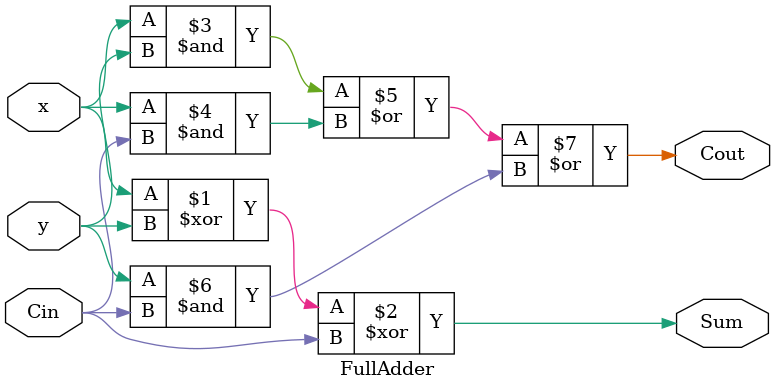
<source format=v>
`timescale 1ns/100ps

module FullAdder (input x,y,Cin, output Cout, Sum);
	assign Sum = x^y^Cin;
 assign Cout = x&y|x&Cin|y&Cin;
endmodule

</source>
